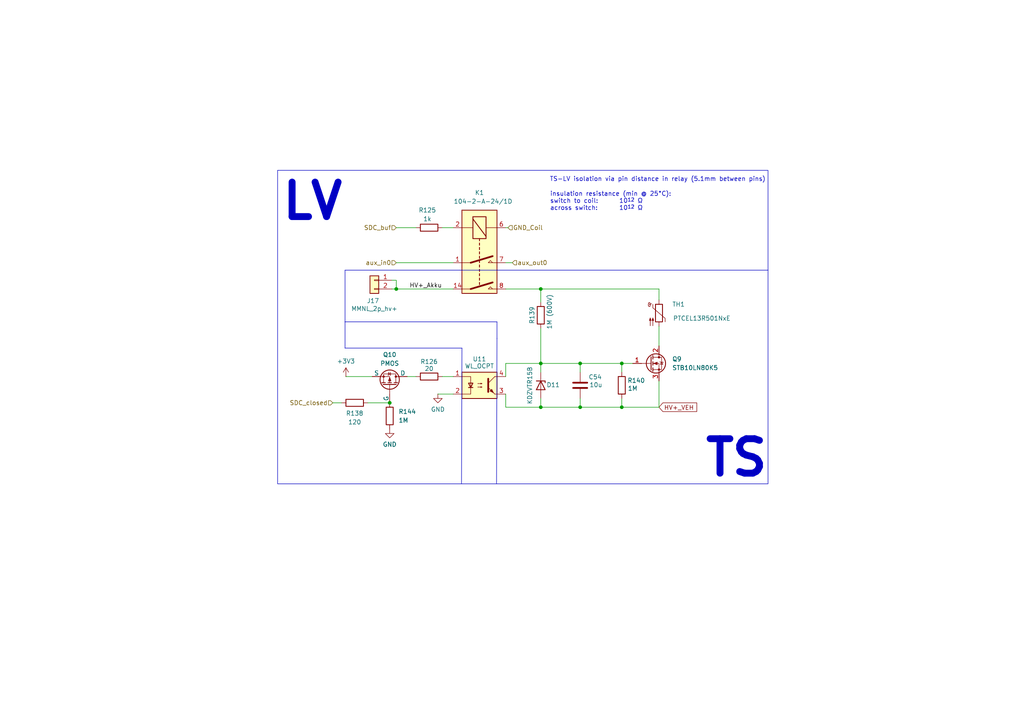
<source format=kicad_sch>
(kicad_sch
	(version 20231120)
	(generator "eeschema")
	(generator_version "8.0")
	(uuid "13e073e0-08f3-43ce-a5c5-b3a3660479c2")
	(paper "A4")
	(lib_symbols
		(symbol "Connector_Generic:Conn_01x02"
			(pin_names
				(offset 1.016) hide)
			(exclude_from_sim no)
			(in_bom yes)
			(on_board yes)
			(property "Reference" "J"
				(at 0 2.54 0)
				(effects
					(font
						(size 1.27 1.27)
					)
				)
			)
			(property "Value" "Conn_01x02"
				(at 0 -5.08 0)
				(effects
					(font
						(size 1.27 1.27)
					)
				)
			)
			(property "Footprint" ""
				(at 0 0 0)
				(effects
					(font
						(size 1.27 1.27)
					)
					(hide yes)
				)
			)
			(property "Datasheet" "~"
				(at 0 0 0)
				(effects
					(font
						(size 1.27 1.27)
					)
					(hide yes)
				)
			)
			(property "Description" "Generic connector, single row, 01x02, script generated (kicad-library-utils/schlib/autogen/connector/)"
				(at 0 0 0)
				(effects
					(font
						(size 1.27 1.27)
					)
					(hide yes)
				)
			)
			(property "ki_keywords" "connector"
				(at 0 0 0)
				(effects
					(font
						(size 1.27 1.27)
					)
					(hide yes)
				)
			)
			(property "ki_fp_filters" "Connector*:*_1x??_*"
				(at 0 0 0)
				(effects
					(font
						(size 1.27 1.27)
					)
					(hide yes)
				)
			)
			(symbol "Conn_01x02_1_1"
				(rectangle
					(start -1.27 -2.413)
					(end 0 -2.667)
					(stroke
						(width 0.1524)
						(type default)
					)
					(fill
						(type none)
					)
				)
				(rectangle
					(start -1.27 0.127)
					(end 0 -0.127)
					(stroke
						(width 0.1524)
						(type default)
					)
					(fill
						(type none)
					)
				)
				(rectangle
					(start -1.27 1.27)
					(end 1.27 -3.81)
					(stroke
						(width 0.254)
						(type default)
					)
					(fill
						(type background)
					)
				)
				(pin passive line
					(at -5.08 0 0)
					(length 3.81)
					(name "Pin_1"
						(effects
							(font
								(size 1.27 1.27)
							)
						)
					)
					(number "1"
						(effects
							(font
								(size 1.27 1.27)
							)
						)
					)
				)
				(pin passive line
					(at -5.08 -2.54 0)
					(length 3.81)
					(name "Pin_2"
						(effects
							(font
								(size 1.27 1.27)
							)
						)
					)
					(number "2"
						(effects
							(font
								(size 1.27 1.27)
							)
						)
					)
				)
			)
		)
		(symbol "Device:C"
			(pin_numbers hide)
			(pin_names
				(offset 0.254)
			)
			(exclude_from_sim no)
			(in_bom yes)
			(on_board yes)
			(property "Reference" "C"
				(at 0.635 2.54 0)
				(effects
					(font
						(size 1.27 1.27)
					)
					(justify left)
				)
			)
			(property "Value" "C"
				(at 0.635 -2.54 0)
				(effects
					(font
						(size 1.27 1.27)
					)
					(justify left)
				)
			)
			(property "Footprint" ""
				(at 0.9652 -3.81 0)
				(effects
					(font
						(size 1.27 1.27)
					)
					(hide yes)
				)
			)
			(property "Datasheet" "~"
				(at 0 0 0)
				(effects
					(font
						(size 1.27 1.27)
					)
					(hide yes)
				)
			)
			(property "Description" "Unpolarized capacitor"
				(at 0 0 0)
				(effects
					(font
						(size 1.27 1.27)
					)
					(hide yes)
				)
			)
			(property "ki_keywords" "cap capacitor"
				(at 0 0 0)
				(effects
					(font
						(size 1.27 1.27)
					)
					(hide yes)
				)
			)
			(property "ki_fp_filters" "C_*"
				(at 0 0 0)
				(effects
					(font
						(size 1.27 1.27)
					)
					(hide yes)
				)
			)
			(symbol "C_0_1"
				(polyline
					(pts
						(xy -2.032 -0.762) (xy 2.032 -0.762)
					)
					(stroke
						(width 0.508)
						(type default)
					)
					(fill
						(type none)
					)
				)
				(polyline
					(pts
						(xy -2.032 0.762) (xy 2.032 0.762)
					)
					(stroke
						(width 0.508)
						(type default)
					)
					(fill
						(type none)
					)
				)
			)
			(symbol "C_1_1"
				(pin passive line
					(at 0 3.81 270)
					(length 2.794)
					(name "~"
						(effects
							(font
								(size 1.27 1.27)
							)
						)
					)
					(number "1"
						(effects
							(font
								(size 1.27 1.27)
							)
						)
					)
				)
				(pin passive line
					(at 0 -3.81 90)
					(length 2.794)
					(name "~"
						(effects
							(font
								(size 1.27 1.27)
							)
						)
					)
					(number "2"
						(effects
							(font
								(size 1.27 1.27)
							)
						)
					)
				)
			)
		)
		(symbol "Device:D_Zener"
			(pin_numbers hide)
			(pin_names
				(offset 1.016) hide)
			(exclude_from_sim no)
			(in_bom yes)
			(on_board yes)
			(property "Reference" "D"
				(at 0 2.54 0)
				(effects
					(font
						(size 1.27 1.27)
					)
				)
			)
			(property "Value" "D_Zener"
				(at 0 -2.54 0)
				(effects
					(font
						(size 1.27 1.27)
					)
				)
			)
			(property "Footprint" ""
				(at 0 0 0)
				(effects
					(font
						(size 1.27 1.27)
					)
					(hide yes)
				)
			)
			(property "Datasheet" "~"
				(at 0 0 0)
				(effects
					(font
						(size 1.27 1.27)
					)
					(hide yes)
				)
			)
			(property "Description" "Zener diode"
				(at 0 0 0)
				(effects
					(font
						(size 1.27 1.27)
					)
					(hide yes)
				)
			)
			(property "ki_keywords" "diode"
				(at 0 0 0)
				(effects
					(font
						(size 1.27 1.27)
					)
					(hide yes)
				)
			)
			(property "ki_fp_filters" "TO-???* *_Diode_* *SingleDiode* D_*"
				(at 0 0 0)
				(effects
					(font
						(size 1.27 1.27)
					)
					(hide yes)
				)
			)
			(symbol "D_Zener_0_1"
				(polyline
					(pts
						(xy 1.27 0) (xy -1.27 0)
					)
					(stroke
						(width 0)
						(type default)
					)
					(fill
						(type none)
					)
				)
				(polyline
					(pts
						(xy -1.27 -1.27) (xy -1.27 1.27) (xy -0.762 1.27)
					)
					(stroke
						(width 0.254)
						(type default)
					)
					(fill
						(type none)
					)
				)
				(polyline
					(pts
						(xy 1.27 -1.27) (xy 1.27 1.27) (xy -1.27 0) (xy 1.27 -1.27)
					)
					(stroke
						(width 0.254)
						(type default)
					)
					(fill
						(type none)
					)
				)
			)
			(symbol "D_Zener_1_1"
				(pin passive line
					(at -3.81 0 0)
					(length 2.54)
					(name "K"
						(effects
							(font
								(size 1.27 1.27)
							)
						)
					)
					(number "1"
						(effects
							(font
								(size 1.27 1.27)
							)
						)
					)
				)
				(pin passive line
					(at 3.81 0 180)
					(length 2.54)
					(name "A"
						(effects
							(font
								(size 1.27 1.27)
							)
						)
					)
					(number "2"
						(effects
							(font
								(size 1.27 1.27)
							)
						)
					)
				)
			)
		)
		(symbol "Device:R"
			(pin_numbers hide)
			(pin_names
				(offset 0)
			)
			(exclude_from_sim no)
			(in_bom yes)
			(on_board yes)
			(property "Reference" "R"
				(at 2.032 0 90)
				(effects
					(font
						(size 1.27 1.27)
					)
				)
			)
			(property "Value" "R"
				(at 0 0 90)
				(effects
					(font
						(size 1.27 1.27)
					)
				)
			)
			(property "Footprint" ""
				(at -1.778 0 90)
				(effects
					(font
						(size 1.27 1.27)
					)
					(hide yes)
				)
			)
			(property "Datasheet" "~"
				(at 0 0 0)
				(effects
					(font
						(size 1.27 1.27)
					)
					(hide yes)
				)
			)
			(property "Description" "Resistor"
				(at 0 0 0)
				(effects
					(font
						(size 1.27 1.27)
					)
					(hide yes)
				)
			)
			(property "ki_keywords" "R res resistor"
				(at 0 0 0)
				(effects
					(font
						(size 1.27 1.27)
					)
					(hide yes)
				)
			)
			(property "ki_fp_filters" "R_*"
				(at 0 0 0)
				(effects
					(font
						(size 1.27 1.27)
					)
					(hide yes)
				)
			)
			(symbol "R_0_1"
				(rectangle
					(start -1.016 -2.54)
					(end 1.016 2.54)
					(stroke
						(width 0.254)
						(type default)
					)
					(fill
						(type none)
					)
				)
			)
			(symbol "R_1_1"
				(pin passive line
					(at 0 3.81 270)
					(length 1.27)
					(name "~"
						(effects
							(font
								(size 1.27 1.27)
							)
						)
					)
					(number "1"
						(effects
							(font
								(size 1.27 1.27)
							)
						)
					)
				)
				(pin passive line
					(at 0 -3.81 90)
					(length 1.27)
					(name "~"
						(effects
							(font
								(size 1.27 1.27)
							)
						)
					)
					(number "2"
						(effects
							(font
								(size 1.27 1.27)
							)
						)
					)
				)
			)
		)
		(symbol "Device:Thermistor_PTC"
			(pin_numbers hide)
			(pin_names
				(offset 0)
			)
			(exclude_from_sim no)
			(in_bom yes)
			(on_board yes)
			(property "Reference" "TH"
				(at -4.064 0 90)
				(effects
					(font
						(size 1.27 1.27)
					)
				)
			)
			(property "Value" "Thermistor_PTC"
				(at 3.048 0 90)
				(effects
					(font
						(size 1.27 1.27)
					)
				)
			)
			(property "Footprint" ""
				(at 1.27 -5.08 0)
				(effects
					(font
						(size 1.27 1.27)
					)
					(justify left)
					(hide yes)
				)
			)
			(property "Datasheet" "~"
				(at 0 0 0)
				(effects
					(font
						(size 1.27 1.27)
					)
					(hide yes)
				)
			)
			(property "Description" "Temperature dependent resistor, positive temperature coefficient"
				(at 0 0 0)
				(effects
					(font
						(size 1.27 1.27)
					)
					(hide yes)
				)
			)
			(property "ki_keywords" "resistor PTC thermistor sensor RTD"
				(at 0 0 0)
				(effects
					(font
						(size 1.27 1.27)
					)
					(hide yes)
				)
			)
			(property "ki_fp_filters" "*PTC* *Thermistor* PIN?ARRAY* bornier* *Terminal?Block* R_*"
				(at 0 0 0)
				(effects
					(font
						(size 1.27 1.27)
					)
					(hide yes)
				)
			)
			(symbol "Thermistor_PTC_0_1"
				(arc
					(start -3.048 2.159)
					(mid -3.0495 2.3143)
					(end -3.175 2.413)
					(stroke
						(width 0)
						(type default)
					)
					(fill
						(type none)
					)
				)
				(arc
					(start -3.048 2.159)
					(mid -2.9736 1.9794)
					(end -2.794 1.905)
					(stroke
						(width 0)
						(type default)
					)
					(fill
						(type none)
					)
				)
				(arc
					(start -3.048 2.794)
					(mid -2.9736 2.6144)
					(end -2.794 2.54)
					(stroke
						(width 0)
						(type default)
					)
					(fill
						(type none)
					)
				)
				(arc
					(start -2.794 1.905)
					(mid -2.6144 1.9794)
					(end -2.54 2.159)
					(stroke
						(width 0)
						(type default)
					)
					(fill
						(type none)
					)
				)
				(arc
					(start -2.794 2.54)
					(mid -2.4393 2.5587)
					(end -2.159 2.794)
					(stroke
						(width 0)
						(type default)
					)
					(fill
						(type none)
					)
				)
				(arc
					(start -2.794 3.048)
					(mid -2.9736 2.9736)
					(end -3.048 2.794)
					(stroke
						(width 0)
						(type default)
					)
					(fill
						(type none)
					)
				)
				(arc
					(start -2.54 2.794)
					(mid -2.6144 2.9736)
					(end -2.794 3.048)
					(stroke
						(width 0)
						(type default)
					)
					(fill
						(type none)
					)
				)
				(rectangle
					(start -1.016 2.54)
					(end 1.016 -2.54)
					(stroke
						(width 0.254)
						(type default)
					)
					(fill
						(type none)
					)
				)
				(polyline
					(pts
						(xy -2.54 2.159) (xy -2.54 2.794)
					)
					(stroke
						(width 0)
						(type default)
					)
					(fill
						(type none)
					)
				)
				(polyline
					(pts
						(xy -1.778 2.54) (xy -1.778 1.524) (xy 1.778 -1.524) (xy 1.778 -2.54)
					)
					(stroke
						(width 0)
						(type default)
					)
					(fill
						(type none)
					)
				)
				(polyline
					(pts
						(xy -2.54 -3.683) (xy -2.54 -1.397) (xy -2.794 -2.159) (xy -2.286 -2.159) (xy -2.54 -1.397) (xy -2.54 -1.651)
					)
					(stroke
						(width 0)
						(type default)
					)
					(fill
						(type outline)
					)
				)
				(polyline
					(pts
						(xy -1.778 -3.683) (xy -1.778 -1.397) (xy -2.032 -2.159) (xy -1.524 -2.159) (xy -1.778 -1.397)
						(xy -1.778 -1.651)
					)
					(stroke
						(width 0)
						(type default)
					)
					(fill
						(type outline)
					)
				)
			)
			(symbol "Thermistor_PTC_1_1"
				(pin passive line
					(at 0 3.81 270)
					(length 1.27)
					(name "~"
						(effects
							(font
								(size 1.27 1.27)
							)
						)
					)
					(number "1"
						(effects
							(font
								(size 1.27 1.27)
							)
						)
					)
				)
				(pin passive line
					(at 0 -3.81 90)
					(length 1.27)
					(name "~"
						(effects
							(font
								(size 1.27 1.27)
							)
						)
					)
					(number "2"
						(effects
							(font
								(size 1.27 1.27)
							)
						)
					)
				)
			)
		)
		(symbol "Isolator:FODM217A"
			(exclude_from_sim no)
			(in_bom yes)
			(on_board yes)
			(property "Reference" "U4"
				(at 1.27 7.62 0)
				(effects
					(font
						(size 1.27 1.27)
					)
				)
			)
			(property "Value" "WL_OCDA"
				(at 1.27 5.588 0)
				(effects
					(font
						(size 1.27 1.27)
					)
				)
			)
			(property "Footprint" "Package_SO:SOP-4_4.4x2.6mm_P1.27mm"
				(at 0 -5.08 0)
				(effects
					(font
						(size 1.27 1.27)
						(italic yes)
					)
					(hide yes)
				)
			)
			(property "Datasheet" ""
				(at 0 0 0)
				(effects
					(font
						(size 1.27 1.27)
					)
					(justify left)
					(hide yes)
				)
			)
			(property "Description" "141352145000"
				(at 0 0 0)
				(effects
					(font
						(size 1.27 1.27)
					)
					(hide yes)
				)
			)
			(property "ki_keywords" "DC Phototransistor Optocoupler"
				(at 0 0 0)
				(effects
					(font
						(size 1.27 1.27)
					)
					(hide yes)
				)
			)
			(property "ki_fp_filters" "SOP*4.4x2.6mm*P1.27mm*"
				(at 0 0 0)
				(effects
					(font
						(size 1.27 1.27)
					)
					(hide yes)
				)
			)
			(symbol "FODM217A_0_1"
				(rectangle
					(start -5.08 3.81)
					(end 5.08 -3.81)
					(stroke
						(width 0.254)
						(type default)
					)
					(fill
						(type background)
					)
				)
				(polyline
					(pts
						(xy -3.175 -0.635) (xy -1.905 -0.635)
					)
					(stroke
						(width 0.254)
						(type default)
					)
					(fill
						(type none)
					)
				)
				(polyline
					(pts
						(xy 2.54 0.635) (xy 4.445 2.54)
					)
					(stroke
						(width 0)
						(type default)
					)
					(fill
						(type none)
					)
				)
				(polyline
					(pts
						(xy 4.445 -2.54) (xy 2.54 -0.635)
					)
					(stroke
						(width 0)
						(type default)
					)
					(fill
						(type outline)
					)
				)
				(polyline
					(pts
						(xy 4.445 -2.54) (xy 5.08 -2.54)
					)
					(stroke
						(width 0)
						(type default)
					)
					(fill
						(type none)
					)
				)
				(polyline
					(pts
						(xy 4.445 2.54) (xy 5.08 2.54)
					)
					(stroke
						(width 0)
						(type default)
					)
					(fill
						(type none)
					)
				)
				(polyline
					(pts
						(xy -5.08 2.54) (xy -2.54 2.54) (xy -2.54 -0.635)
					)
					(stroke
						(width 0)
						(type default)
					)
					(fill
						(type none)
					)
				)
				(polyline
					(pts
						(xy -2.54 -0.635) (xy -2.54 -2.54) (xy -5.08 -2.54)
					)
					(stroke
						(width 0)
						(type default)
					)
					(fill
						(type none)
					)
				)
				(polyline
					(pts
						(xy 2.54 1.905) (xy 2.54 -1.905) (xy 2.54 -1.905)
					)
					(stroke
						(width 0.508)
						(type default)
					)
					(fill
						(type none)
					)
				)
				(polyline
					(pts
						(xy -2.54 -0.635) (xy -3.175 0.635) (xy -1.905 0.635) (xy -2.54 -0.635)
					)
					(stroke
						(width 0.254)
						(type default)
					)
					(fill
						(type none)
					)
				)
				(polyline
					(pts
						(xy -0.508 -0.508) (xy 0.762 -0.508) (xy 0.381 -0.635) (xy 0.381 -0.381) (xy 0.762 -0.508)
					)
					(stroke
						(width 0)
						(type default)
					)
					(fill
						(type none)
					)
				)
				(polyline
					(pts
						(xy -0.508 0.508) (xy 0.762 0.508) (xy 0.381 0.381) (xy 0.381 0.635) (xy 0.762 0.508)
					)
					(stroke
						(width 0)
						(type default)
					)
					(fill
						(type none)
					)
				)
				(polyline
					(pts
						(xy 3.048 -1.651) (xy 3.556 -1.143) (xy 4.064 -2.159) (xy 3.048 -1.651) (xy 3.048 -1.651)
					)
					(stroke
						(width 0)
						(type default)
					)
					(fill
						(type outline)
					)
				)
			)
			(symbol "FODM217A_1_1"
				(pin passive line
					(at -7.62 2.54 0)
					(length 2.54)
					(name "~"
						(effects
							(font
								(size 1.27 1.27)
							)
						)
					)
					(number "1"
						(effects
							(font
								(size 1.27 1.27)
							)
						)
					)
				)
				(pin passive line
					(at -7.62 -2.54 0)
					(length 2.54)
					(name "~"
						(effects
							(font
								(size 1.27 1.27)
							)
						)
					)
					(number "2"
						(effects
							(font
								(size 1.27 1.27)
							)
						)
					)
				)
				(pin passive line
					(at 7.62 -2.54 180)
					(length 2.54)
					(name "~"
						(effects
							(font
								(size 1.27 1.27)
							)
						)
					)
					(number "3"
						(effects
							(font
								(size 1.27 1.27)
							)
						)
					)
				)
				(pin passive line
					(at 7.62 2.54 180)
					(length 2.54)
					(name "~"
						(effects
							(font
								(size 1.27 1.27)
							)
						)
					)
					(number "4"
						(effects
							(font
								(size 1.27 1.27)
							)
						)
					)
				)
			)
		)
		(symbol "Relay:DIPxx-2Axx-21x"
			(exclude_from_sim no)
			(in_bom yes)
			(on_board yes)
			(property "Reference" "K"
				(at 12.7 3.81 0)
				(effects
					(font
						(size 1.27 1.27)
					)
					(justify left)
				)
			)
			(property "Value" "DIPxx-2Axx-21x"
				(at 12.7 1.27 0)
				(effects
					(font
						(size 1.27 1.27)
					)
					(justify left)
				)
			)
			(property "Footprint" "Relay_THT:Relay_StandexMeder_DIP_LowProfile"
				(at 12.7 -1.27 0)
				(effects
					(font
						(size 1.27 1.27)
					)
					(justify left)
					(hide yes)
				)
			)
			(property "Datasheet" "https://standexelectronics.com/wp-content/uploads/datasheet_reed_relay_DIP.pdf"
				(at 0 0 0)
				(effects
					(font
						(size 1.27 1.27)
					)
					(hide yes)
				)
			)
			(property "Description" "Standex Meder DIP reed relay, DPST, Closing Contacts"
				(at 0 0 0)
				(effects
					(font
						(size 1.27 1.27)
					)
					(hide yes)
				)
			)
			(property "ki_keywords" "Single Pole Reed Relay DPST"
				(at 0 0 0)
				(effects
					(font
						(size 1.27 1.27)
					)
					(hide yes)
				)
			)
			(property "ki_fp_filters" "Relay*StandexMeder*DIP*LowProfile*"
				(at 0 0 0)
				(effects
					(font
						(size 1.27 1.27)
					)
					(hide yes)
				)
			)
			(symbol "DIPxx-2Axx-21x_0_0"
				(polyline
					(pts
						(xy 2.54 5.08) (xy 2.54 2.54) (xy 1.905 3.175) (xy 2.54 3.81)
					)
					(stroke
						(width 0)
						(type default)
					)
					(fill
						(type none)
					)
				)
				(polyline
					(pts
						(xy 10.16 5.08) (xy 10.16 2.54) (xy 9.525 3.175) (xy 10.16 3.81)
					)
					(stroke
						(width 0)
						(type default)
					)
					(fill
						(type none)
					)
				)
			)
			(symbol "DIPxx-2Axx-21x_0_1"
				(rectangle
					(start -12.7 5.08)
					(end 11.43 -5.08)
					(stroke
						(width 0.254)
						(type default)
					)
					(fill
						(type background)
					)
				)
				(rectangle
					(start -10.795 1.905)
					(end -4.445 -1.905)
					(stroke
						(width 0.254)
						(type default)
					)
					(fill
						(type none)
					)
				)
				(polyline
					(pts
						(xy -10.16 -1.905) (xy -5.08 1.905)
					)
					(stroke
						(width 0.254)
						(type default)
					)
					(fill
						(type none)
					)
				)
				(polyline
					(pts
						(xy -7.62 -5.08) (xy -7.62 -1.905)
					)
					(stroke
						(width 0)
						(type default)
					)
					(fill
						(type none)
					)
				)
				(polyline
					(pts
						(xy -7.62 5.08) (xy -7.62 1.905)
					)
					(stroke
						(width 0)
						(type default)
					)
					(fill
						(type none)
					)
				)
				(polyline
					(pts
						(xy -4.445 0) (xy -3.81 0)
					)
					(stroke
						(width 0.254)
						(type default)
					)
					(fill
						(type none)
					)
				)
				(polyline
					(pts
						(xy -3.175 0) (xy -2.54 0)
					)
					(stroke
						(width 0.254)
						(type default)
					)
					(fill
						(type none)
					)
				)
				(polyline
					(pts
						(xy -1.905 0) (xy -1.27 0)
					)
					(stroke
						(width 0.254)
						(type default)
					)
					(fill
						(type none)
					)
				)
				(polyline
					(pts
						(xy -0.635 0) (xy 0 0)
					)
					(stroke
						(width 0.254)
						(type default)
					)
					(fill
						(type none)
					)
				)
				(polyline
					(pts
						(xy 0.635 0) (xy 1.27 0)
					)
					(stroke
						(width 0.254)
						(type default)
					)
					(fill
						(type none)
					)
				)
				(polyline
					(pts
						(xy 1.905 0) (xy 2.54 0)
					)
					(stroke
						(width 0.254)
						(type default)
					)
					(fill
						(type none)
					)
				)
				(polyline
					(pts
						(xy 2.54 -2.54) (xy 0.635 3.81)
					)
					(stroke
						(width 0.508)
						(type default)
					)
					(fill
						(type none)
					)
				)
				(polyline
					(pts
						(xy 2.54 -2.54) (xy 2.54 -5.08)
					)
					(stroke
						(width 0)
						(type default)
					)
					(fill
						(type none)
					)
				)
				(polyline
					(pts
						(xy 3.175 0) (xy 3.81 0)
					)
					(stroke
						(width 0.254)
						(type default)
					)
					(fill
						(type none)
					)
				)
				(polyline
					(pts
						(xy 4.445 0) (xy 5.08 0)
					)
					(stroke
						(width 0.254)
						(type default)
					)
					(fill
						(type none)
					)
				)
				(polyline
					(pts
						(xy 5.715 0) (xy 6.35 0)
					)
					(stroke
						(width 0.254)
						(type default)
					)
					(fill
						(type none)
					)
				)
				(polyline
					(pts
						(xy 6.985 0) (xy 7.62 0)
					)
					(stroke
						(width 0.254)
						(type default)
					)
					(fill
						(type none)
					)
				)
				(polyline
					(pts
						(xy 8.255 0) (xy 8.89 0)
					)
					(stroke
						(width 0.254)
						(type default)
					)
					(fill
						(type none)
					)
				)
				(polyline
					(pts
						(xy 10.16 -2.54) (xy 8.255 3.81)
					)
					(stroke
						(width 0.508)
						(type default)
					)
					(fill
						(type none)
					)
				)
				(polyline
					(pts
						(xy 10.16 -2.54) (xy 10.16 -5.08)
					)
					(stroke
						(width 0)
						(type default)
					)
					(fill
						(type none)
					)
				)
			)
			(symbol "DIPxx-2Axx-21x_1_1"
				(pin passive line
					(at 2.54 -7.62 90)
					(length 2.54)
					(name "~"
						(effects
							(font
								(size 1.27 1.27)
							)
						)
					)
					(number "1"
						(effects
							(font
								(size 1.27 1.27)
							)
						)
					)
				)
				(pin passive line
					(at 10.16 -7.62 90)
					(length 2.54)
					(name "~"
						(effects
							(font
								(size 1.27 1.27)
							)
						)
					)
					(number "14"
						(effects
							(font
								(size 1.27 1.27)
							)
						)
					)
				)
				(pin passive line
					(at -7.62 -7.62 90)
					(length 2.54)
					(name "~"
						(effects
							(font
								(size 1.27 1.27)
							)
						)
					)
					(number "2"
						(effects
							(font
								(size 1.27 1.27)
							)
						)
					)
				)
				(pin passive line
					(at -7.62 7.62 270)
					(length 2.54)
					(name "~"
						(effects
							(font
								(size 1.27 1.27)
							)
						)
					)
					(number "6"
						(effects
							(font
								(size 1.27 1.27)
							)
						)
					)
				)
				(pin passive line
					(at 2.54 7.62 270)
					(length 2.54)
					(name "~"
						(effects
							(font
								(size 1.27 1.27)
							)
						)
					)
					(number "7"
						(effects
							(font
								(size 1.27 1.27)
							)
						)
					)
				)
				(pin passive line
					(at 10.16 7.62 270)
					(length 2.54)
					(name "~"
						(effects
							(font
								(size 1.27 1.27)
							)
						)
					)
					(number "8"
						(effects
							(font
								(size 1.27 1.27)
							)
						)
					)
				)
			)
		)
		(symbol "Simulation_SPICE:PMOS"
			(pin_numbers hide)
			(pin_names
				(offset 0)
			)
			(exclude_from_sim no)
			(in_bom yes)
			(on_board yes)
			(property "Reference" "Q"
				(at 5.08 1.27 0)
				(effects
					(font
						(size 1.27 1.27)
					)
					(justify left)
				)
			)
			(property "Value" "PMOS"
				(at 5.08 -1.27 0)
				(effects
					(font
						(size 1.27 1.27)
					)
					(justify left)
				)
			)
			(property "Footprint" ""
				(at 5.08 2.54 0)
				(effects
					(font
						(size 1.27 1.27)
					)
					(hide yes)
				)
			)
			(property "Datasheet" "https://ngspice.sourceforge.io/docs/ngspice-html-manual/manual.xhtml#cha_MOSFETs"
				(at 0 -12.7 0)
				(effects
					(font
						(size 1.27 1.27)
					)
					(hide yes)
				)
			)
			(property "Description" "P-MOSFET transistor, drain/source/gate"
				(at 0 0 0)
				(effects
					(font
						(size 1.27 1.27)
					)
					(hide yes)
				)
			)
			(property "Sim.Device" "PMOS"
				(at 0 -17.145 0)
				(effects
					(font
						(size 1.27 1.27)
					)
					(hide yes)
				)
			)
			(property "Sim.Type" "VDMOS"
				(at 0 -19.05 0)
				(effects
					(font
						(size 1.27 1.27)
					)
					(hide yes)
				)
			)
			(property "Sim.Pins" "1=D 2=G 3=S"
				(at 0 -15.24 0)
				(effects
					(font
						(size 1.27 1.27)
					)
					(hide yes)
				)
			)
			(property "ki_keywords" "transistor PMOS P-MOS P-MOSFET simulation"
				(at 0 0 0)
				(effects
					(font
						(size 1.27 1.27)
					)
					(hide yes)
				)
			)
			(symbol "PMOS_0_1"
				(polyline
					(pts
						(xy 0.254 0) (xy -2.54 0)
					)
					(stroke
						(width 0)
						(type default)
					)
					(fill
						(type none)
					)
				)
				(polyline
					(pts
						(xy 0.254 1.905) (xy 0.254 -1.905)
					)
					(stroke
						(width 0.254)
						(type default)
					)
					(fill
						(type none)
					)
				)
				(polyline
					(pts
						(xy 0.762 -1.27) (xy 0.762 -2.286)
					)
					(stroke
						(width 0.254)
						(type default)
					)
					(fill
						(type none)
					)
				)
				(polyline
					(pts
						(xy 0.762 0.508) (xy 0.762 -0.508)
					)
					(stroke
						(width 0.254)
						(type default)
					)
					(fill
						(type none)
					)
				)
				(polyline
					(pts
						(xy 0.762 2.286) (xy 0.762 1.27)
					)
					(stroke
						(width 0.254)
						(type default)
					)
					(fill
						(type none)
					)
				)
				(polyline
					(pts
						(xy 2.54 2.54) (xy 2.54 1.778)
					)
					(stroke
						(width 0)
						(type default)
					)
					(fill
						(type none)
					)
				)
				(polyline
					(pts
						(xy 2.54 -2.54) (xy 2.54 0) (xy 0.762 0)
					)
					(stroke
						(width 0)
						(type default)
					)
					(fill
						(type none)
					)
				)
				(polyline
					(pts
						(xy 0.762 1.778) (xy 3.302 1.778) (xy 3.302 -1.778) (xy 0.762 -1.778)
					)
					(stroke
						(width 0)
						(type default)
					)
					(fill
						(type none)
					)
				)
				(polyline
					(pts
						(xy 2.286 0) (xy 1.27 0.381) (xy 1.27 -0.381) (xy 2.286 0)
					)
					(stroke
						(width 0)
						(type default)
					)
					(fill
						(type outline)
					)
				)
				(polyline
					(pts
						(xy 2.794 -0.508) (xy 2.921 -0.381) (xy 3.683 -0.381) (xy 3.81 -0.254)
					)
					(stroke
						(width 0)
						(type default)
					)
					(fill
						(type none)
					)
				)
				(polyline
					(pts
						(xy 3.302 -0.381) (xy 2.921 0.254) (xy 3.683 0.254) (xy 3.302 -0.381)
					)
					(stroke
						(width 0)
						(type default)
					)
					(fill
						(type none)
					)
				)
				(circle
					(center 1.651 0)
					(radius 2.794)
					(stroke
						(width 0.254)
						(type default)
					)
					(fill
						(type none)
					)
				)
				(circle
					(center 2.54 -1.778)
					(radius 0.254)
					(stroke
						(width 0)
						(type default)
					)
					(fill
						(type outline)
					)
				)
				(circle
					(center 2.54 1.778)
					(radius 0.254)
					(stroke
						(width 0)
						(type default)
					)
					(fill
						(type outline)
					)
				)
			)
			(symbol "PMOS_1_1"
				(pin passive line
					(at 2.54 5.08 270)
					(length 2.54)
					(name "D"
						(effects
							(font
								(size 1.27 1.27)
							)
						)
					)
					(number "1"
						(effects
							(font
								(size 1.27 1.27)
							)
						)
					)
				)
				(pin input line
					(at -5.08 0 0)
					(length 2.54)
					(name "G"
						(effects
							(font
								(size 1.27 1.27)
							)
						)
					)
					(number "2"
						(effects
							(font
								(size 1.27 1.27)
							)
						)
					)
				)
				(pin passive line
					(at 2.54 -5.08 90)
					(length 2.54)
					(name "S"
						(effects
							(font
								(size 1.27 1.27)
							)
						)
					)
					(number "3"
						(effects
							(font
								(size 1.27 1.27)
							)
						)
					)
				)
			)
		)
		(symbol "Transistor_FET:STB15N80K5"
			(pin_names hide)
			(exclude_from_sim no)
			(in_bom yes)
			(on_board yes)
			(property "Reference" "Q"
				(at 5.08 1.905 0)
				(effects
					(font
						(size 1.27 1.27)
					)
					(justify left)
				)
			)
			(property "Value" "STB15N80K5"
				(at 5.08 0 0)
				(effects
					(font
						(size 1.27 1.27)
					)
					(justify left)
				)
			)
			(property "Footprint" "Package_TO_SOT_SMD:TO-263-2"
				(at 5.08 -1.905 0)
				(effects
					(font
						(size 1.27 1.27)
						(italic yes)
					)
					(justify left)
					(hide yes)
				)
			)
			(property "Datasheet" "https://www.st.com/resource/en/datasheet/stb15n80k5.pdf"
				(at 5.08 -3.81 0)
				(effects
					(font
						(size 1.27 1.27)
					)
					(justify left)
					(hide yes)
				)
			)
			(property "Description" "14A Id, 800V Vds, N-Channel MOSFET, 375mOhm Ron, D2PAK"
				(at 0 0 0)
				(effects
					(font
						(size 1.27 1.27)
					)
					(hide yes)
				)
			)
			(property "ki_keywords" "N-Channel MOSFET"
				(at 0 0 0)
				(effects
					(font
						(size 1.27 1.27)
					)
					(hide yes)
				)
			)
			(property "ki_fp_filters" "TO?263*"
				(at 0 0 0)
				(effects
					(font
						(size 1.27 1.27)
					)
					(hide yes)
				)
			)
			(symbol "STB15N80K5_0_1"
				(polyline
					(pts
						(xy 0.254 0) (xy -2.54 0)
					)
					(stroke
						(width 0)
						(type default)
					)
					(fill
						(type none)
					)
				)
				(polyline
					(pts
						(xy 0.254 1.905) (xy 0.254 -1.905)
					)
					(stroke
						(width 0.254)
						(type default)
					)
					(fill
						(type none)
					)
				)
				(polyline
					(pts
						(xy 0.762 -1.27) (xy 0.762 -2.286)
					)
					(stroke
						(width 0.254)
						(type default)
					)
					(fill
						(type none)
					)
				)
				(polyline
					(pts
						(xy 0.762 0.508) (xy 0.762 -0.508)
					)
					(stroke
						(width 0.254)
						(type default)
					)
					(fill
						(type none)
					)
				)
				(polyline
					(pts
						(xy 0.762 2.286) (xy 0.762 1.27)
					)
					(stroke
						(width 0.254)
						(type default)
					)
					(fill
						(type none)
					)
				)
				(polyline
					(pts
						(xy 2.54 2.54) (xy 2.54 1.778)
					)
					(stroke
						(width 0)
						(type default)
					)
					(fill
						(type none)
					)
				)
				(polyline
					(pts
						(xy 2.54 -2.54) (xy 2.54 0) (xy 0.762 0)
					)
					(stroke
						(width 0)
						(type default)
					)
					(fill
						(type none)
					)
				)
				(polyline
					(pts
						(xy 0.762 -1.778) (xy 3.302 -1.778) (xy 3.302 1.778) (xy 0.762 1.778)
					)
					(stroke
						(width 0)
						(type default)
					)
					(fill
						(type none)
					)
				)
				(polyline
					(pts
						(xy 1.016 0) (xy 2.032 0.381) (xy 2.032 -0.381) (xy 1.016 0)
					)
					(stroke
						(width 0)
						(type default)
					)
					(fill
						(type outline)
					)
				)
				(polyline
					(pts
						(xy 2.794 0.508) (xy 2.921 0.381) (xy 3.683 0.381) (xy 3.81 0.254)
					)
					(stroke
						(width 0)
						(type default)
					)
					(fill
						(type none)
					)
				)
				(polyline
					(pts
						(xy 3.302 0.381) (xy 2.921 -0.254) (xy 3.683 -0.254) (xy 3.302 0.381)
					)
					(stroke
						(width 0)
						(type default)
					)
					(fill
						(type none)
					)
				)
				(circle
					(center 1.651 0)
					(radius 2.794)
					(stroke
						(width 0.254)
						(type default)
					)
					(fill
						(type none)
					)
				)
				(circle
					(center 2.54 -1.778)
					(radius 0.254)
					(stroke
						(width 0)
						(type default)
					)
					(fill
						(type outline)
					)
				)
				(circle
					(center 2.54 1.778)
					(radius 0.254)
					(stroke
						(width 0)
						(type default)
					)
					(fill
						(type outline)
					)
				)
			)
			(symbol "STB15N80K5_1_1"
				(pin passive line
					(at -5.08 0 0)
					(length 2.54)
					(name "G"
						(effects
							(font
								(size 1.27 1.27)
							)
						)
					)
					(number "1"
						(effects
							(font
								(size 1.27 1.27)
							)
						)
					)
				)
				(pin passive line
					(at 2.54 5.08 270)
					(length 2.54)
					(name "D"
						(effects
							(font
								(size 1.27 1.27)
							)
						)
					)
					(number "2"
						(effects
							(font
								(size 1.27 1.27)
							)
						)
					)
				)
				(pin passive line
					(at 2.54 -5.08 90)
					(length 2.54)
					(name "S"
						(effects
							(font
								(size 1.27 1.27)
							)
						)
					)
					(number "3"
						(effects
							(font
								(size 1.27 1.27)
							)
						)
					)
				)
			)
		)
		(symbol "power:+3V3"
			(power)
			(pin_numbers hide)
			(pin_names
				(offset 0) hide)
			(exclude_from_sim no)
			(in_bom yes)
			(on_board yes)
			(property "Reference" "#PWR"
				(at 0 -3.81 0)
				(effects
					(font
						(size 1.27 1.27)
					)
					(hide yes)
				)
			)
			(property "Value" "+3V3"
				(at 0 3.556 0)
				(effects
					(font
						(size 1.27 1.27)
					)
				)
			)
			(property "Footprint" ""
				(at 0 0 0)
				(effects
					(font
						(size 1.27 1.27)
					)
					(hide yes)
				)
			)
			(property "Datasheet" ""
				(at 0 0 0)
				(effects
					(font
						(size 1.27 1.27)
					)
					(hide yes)
				)
			)
			(property "Description" "Power symbol creates a global label with name \"+3V3\""
				(at 0 0 0)
				(effects
					(font
						(size 1.27 1.27)
					)
					(hide yes)
				)
			)
			(property "ki_keywords" "global power"
				(at 0 0 0)
				(effects
					(font
						(size 1.27 1.27)
					)
					(hide yes)
				)
			)
			(symbol "+3V3_0_1"
				(polyline
					(pts
						(xy -0.762 1.27) (xy 0 2.54)
					)
					(stroke
						(width 0)
						(type default)
					)
					(fill
						(type none)
					)
				)
				(polyline
					(pts
						(xy 0 0) (xy 0 2.54)
					)
					(stroke
						(width 0)
						(type default)
					)
					(fill
						(type none)
					)
				)
				(polyline
					(pts
						(xy 0 2.54) (xy 0.762 1.27)
					)
					(stroke
						(width 0)
						(type default)
					)
					(fill
						(type none)
					)
				)
			)
			(symbol "+3V3_1_1"
				(pin power_in line
					(at 0 0 90)
					(length 0)
					(name "~"
						(effects
							(font
								(size 1.27 1.27)
							)
						)
					)
					(number "1"
						(effects
							(font
								(size 1.27 1.27)
							)
						)
					)
				)
			)
		)
		(symbol "power:GND"
			(power)
			(pin_numbers hide)
			(pin_names
				(offset 0) hide)
			(exclude_from_sim no)
			(in_bom yes)
			(on_board yes)
			(property "Reference" "#PWR"
				(at 0 -6.35 0)
				(effects
					(font
						(size 1.27 1.27)
					)
					(hide yes)
				)
			)
			(property "Value" "GND"
				(at 0 -3.81 0)
				(effects
					(font
						(size 1.27 1.27)
					)
				)
			)
			(property "Footprint" ""
				(at 0 0 0)
				(effects
					(font
						(size 1.27 1.27)
					)
					(hide yes)
				)
			)
			(property "Datasheet" ""
				(at 0 0 0)
				(effects
					(font
						(size 1.27 1.27)
					)
					(hide yes)
				)
			)
			(property "Description" "Power symbol creates a global label with name \"GND\" , ground"
				(at 0 0 0)
				(effects
					(font
						(size 1.27 1.27)
					)
					(hide yes)
				)
			)
			(property "ki_keywords" "global power"
				(at 0 0 0)
				(effects
					(font
						(size 1.27 1.27)
					)
					(hide yes)
				)
			)
			(symbol "GND_0_1"
				(polyline
					(pts
						(xy 0 0) (xy 0 -1.27) (xy 1.27 -1.27) (xy 0 -2.54) (xy -1.27 -1.27) (xy 0 -1.27)
					)
					(stroke
						(width 0)
						(type default)
					)
					(fill
						(type none)
					)
				)
			)
			(symbol "GND_1_1"
				(pin power_in line
					(at 0 0 270)
					(length 0)
					(name "~"
						(effects
							(font
								(size 1.27 1.27)
							)
						)
					)
					(number "1"
						(effects
							(font
								(size 1.27 1.27)
							)
						)
					)
				)
			)
		)
	)
	(junction
		(at 180.34 118.11)
		(diameter 0)
		(color 0 0 0 0)
		(uuid "3dbcd1f7-cab8-4b17-b9b1-292d82bbd200")
	)
	(junction
		(at 156.845 118.11)
		(diameter 0)
		(color 0 0 0 0)
		(uuid "46531e1a-bdd5-41a7-8f23-684e19d65934")
	)
	(junction
		(at 114.935 83.82)
		(diameter 0)
		(color 0 0 0 0)
		(uuid "69126a6c-e8f2-4642-8ec4-253f40d4767e")
	)
	(junction
		(at 156.845 105.41)
		(diameter 0)
		(color 0 0 0 0)
		(uuid "8a3ade5b-770f-4493-9fd9-a08b40e0beab")
	)
	(junction
		(at 168.275 105.41)
		(diameter 0)
		(color 0 0 0 0)
		(uuid "91744895-41af-4831-b47d-b4b860b19d65")
	)
	(junction
		(at 180.34 105.41)
		(diameter 0)
		(color 0 0 0 0)
		(uuid "9f696f8c-4a1b-4fa2-bcfb-3d8ab899a9dc")
	)
	(junction
		(at 156.845 83.82)
		(diameter 0)
		(color 0 0 0 0)
		(uuid "a5fcc108-7dc8-4be1-9b6d-f2f3c2c67209")
	)
	(junction
		(at 168.275 118.11)
		(diameter 0)
		(color 0 0 0 0)
		(uuid "aa11f6ca-e8c8-4758-99cd-70230615c32f")
	)
	(junction
		(at 113.03 116.84)
		(diameter 0)
		(color 0 0 0 0)
		(uuid "bae3c1f5-79a6-4455-a607-b78beb6853e0")
	)
	(wire
		(pts
			(xy 191.135 94.615) (xy 191.135 100.33)
		)
		(stroke
			(width 0)
			(type default)
		)
		(uuid "0aee1144-2e02-44b4-96c5-8dffa94d6bd9")
	)
	(wire
		(pts
			(xy 114.935 83.82) (xy 131.445 83.82)
		)
		(stroke
			(width 0)
			(type default)
		)
		(uuid "0c0d2e09-8716-4761-9d55-4fa087676277")
	)
	(wire
		(pts
			(xy 114.935 76.2) (xy 131.445 76.2)
		)
		(stroke
			(width 0)
			(type default)
		)
		(uuid "10b8b25b-6bf5-4456-bfd8-cec80d18a16b")
	)
	(wire
		(pts
			(xy 168.275 118.11) (xy 180.34 118.11)
		)
		(stroke
			(width 0)
			(type default)
		)
		(uuid "11cd3966-2715-4663-8e83-e0f4ab2fbd53")
	)
	(wire
		(pts
			(xy 168.275 105.41) (xy 180.34 105.41)
		)
		(stroke
			(width 0)
			(type default)
		)
		(uuid "188a7d13-480a-4bf3-b53c-806c85da4d84")
	)
	(wire
		(pts
			(xy 114.935 81.28) (xy 114.935 83.82)
		)
		(stroke
			(width 0)
			(type default)
		)
		(uuid "23dc4324-5ceb-4b81-8666-ce60ce4e4852")
	)
	(wire
		(pts
			(xy 168.275 105.41) (xy 168.275 107.95)
		)
		(stroke
			(width 0)
			(type default)
		)
		(uuid "2df9f9ee-1255-4532-b37d-057fba8f308c")
	)
	(polyline
		(pts
			(xy 100.076 93.345) (xy 144.145 93.345)
		)
		(stroke
			(width 0)
			(type default)
		)
		(uuid "321acafe-3573-4299-8869-ed89606ad628")
	)
	(wire
		(pts
			(xy 180.34 105.41) (xy 180.34 107.95)
		)
		(stroke
			(width 0)
			(type default)
		)
		(uuid "38f200ac-dcb1-45e1-87fc-4de3de0c48fd")
	)
	(wire
		(pts
			(xy 156.845 83.82) (xy 191.135 83.82)
		)
		(stroke
			(width 0)
			(type default)
		)
		(uuid "3df13b28-3e20-47d9-88da-ef18b2b18b64")
	)
	(polyline
		(pts
			(xy 144.145 93.345) (xy 144.145 98.171)
		)
		(stroke
			(width 0)
			(type default)
		)
		(uuid "45402191-42fa-4634-b74c-9c15fccaffe9")
	)
	(wire
		(pts
			(xy 146.685 83.82) (xy 156.845 83.82)
		)
		(stroke
			(width 0)
			(type default)
		)
		(uuid "47883bfe-b59a-480c-b612-adbae2070ec5")
	)
	(polyline
		(pts
			(xy 133.985 100.965) (xy 133.858 140.335)
		)
		(stroke
			(width 0)
			(type default)
		)
		(uuid "4bbac1db-540d-4610-ac88-665ebd88af5f")
	)
	(wire
		(pts
			(xy 148.59 76.2) (xy 146.685 76.2)
		)
		(stroke
			(width 0)
			(type default)
		)
		(uuid "503f7e59-5949-4af8-bdf8-e9bca8e0479c")
	)
	(polyline
		(pts
			(xy 100.076 78.359) (xy 222.758 78.359)
		)
		(stroke
			(width 0)
			(type default)
		)
		(uuid "5f95c404-bf5b-4662-870c-4347ee10ac5f")
	)
	(wire
		(pts
			(xy 156.845 105.41) (xy 168.275 105.41)
		)
		(stroke
			(width 0)
			(type default)
		)
		(uuid "649f3ea8-87c5-44ff-9fe8-2507ae918646")
	)
	(wire
		(pts
			(xy 156.845 118.11) (xy 168.275 118.11)
		)
		(stroke
			(width 0)
			(type default)
		)
		(uuid "65c93360-b3bd-4344-ad0b-21d4300033a3")
	)
	(wire
		(pts
			(xy 156.845 105.41) (xy 156.845 107.95)
		)
		(stroke
			(width 0)
			(type default)
		)
		(uuid "71e5a1f0-e80e-4206-bf9b-fb236ed56a8d")
	)
	(wire
		(pts
			(xy 180.34 118.11) (xy 191.135 118.11)
		)
		(stroke
			(width 0)
			(type default)
		)
		(uuid "77524435-973d-41c6-80fe-170bcdca451a")
	)
	(wire
		(pts
			(xy 168.275 115.57) (xy 168.275 118.11)
		)
		(stroke
			(width 0)
			(type default)
		)
		(uuid "7af2f117-1298-4209-8fb5-24eb66566906")
	)
	(polyline
		(pts
			(xy 100.076 93.345) (xy 100.076 78.359)
		)
		(stroke
			(width 0)
			(type default)
		)
		(uuid "7b95d099-c93c-4803-be45-48f63d7fd4f7")
	)
	(wire
		(pts
			(xy 118.11 109.22) (xy 120.65 109.22)
		)
		(stroke
			(width 0)
			(type default)
		)
		(uuid "7ff20e4a-1c1e-4c16-b851-d6faaebdefa9")
	)
	(wire
		(pts
			(xy 113.665 81.28) (xy 114.935 81.28)
		)
		(stroke
			(width 0)
			(type default)
		)
		(uuid "84c2178c-1ef5-4dfe-b9fe-d0f271bc60b8")
	)
	(wire
		(pts
			(xy 191.135 110.49) (xy 191.135 118.11)
		)
		(stroke
			(width 0)
			(type default)
		)
		(uuid "86f21e71-289f-439f-9a57-2d084789c941")
	)
	(wire
		(pts
			(xy 100.33 109.22) (xy 107.95 109.22)
		)
		(stroke
			(width 0)
			(type default)
		)
		(uuid "8903d419-78b9-405d-b61e-32f8e5bd5c8c")
	)
	(wire
		(pts
			(xy 180.34 105.41) (xy 183.515 105.41)
		)
		(stroke
			(width 0)
			(type default)
		)
		(uuid "8a2e8b0a-e03a-4203-81fd-f4823bb2ab24")
	)
	(wire
		(pts
			(xy 156.845 83.82) (xy 156.845 87.63)
		)
		(stroke
			(width 0)
			(type default)
		)
		(uuid "90284ef2-8994-4123-90ce-7b89ac9afda7")
	)
	(polyline
		(pts
			(xy 144.145 98.171) (xy 144.018 140.335)
		)
		(stroke
			(width 0)
			(type default)
		)
		(uuid "a185e4d3-af28-47c0-8286-f94c04d143e4")
	)
	(wire
		(pts
			(xy 156.845 95.25) (xy 156.845 105.41)
		)
		(stroke
			(width 0)
			(type default)
		)
		(uuid "a2e29407-97b6-4f9e-b236-94251b6d80de")
	)
	(polyline
		(pts
			(xy 133.985 100.965) (xy 100.076 100.965)
		)
		(stroke
			(width 0)
			(type default)
		)
		(uuid "aeb1fc20-a42d-4d33-ad16-92d90a0eaf18")
	)
	(polyline
		(pts
			(xy 100.076 100.965) (xy 100.076 93.345)
		)
		(stroke
			(width 0)
			(type default)
		)
		(uuid "af056529-da28-41b1-b44b-4f30cd6801c3")
	)
	(wire
		(pts
			(xy 146.685 109.22) (xy 146.685 105.41)
		)
		(stroke
			(width 0)
			(type default)
		)
		(uuid "af9f51eb-c598-4fb2-9f27-9cc5a2fdb70f")
	)
	(wire
		(pts
			(xy 156.845 115.57) (xy 156.845 118.11)
		)
		(stroke
			(width 0)
			(type default)
		)
		(uuid "b97328ff-6eec-4f96-ab9c-ed0ceff3e016")
	)
	(wire
		(pts
			(xy 156.845 105.41) (xy 146.685 105.41)
		)
		(stroke
			(width 0)
			(type default)
		)
		(uuid "b98372b8-4671-42b6-9529-8ffde6bcd393")
	)
	(wire
		(pts
			(xy 146.685 114.3) (xy 146.685 118.11)
		)
		(stroke
			(width 0)
			(type default)
		)
		(uuid "b9d5f677-7b0e-4809-8678-c43987839e39")
	)
	(wire
		(pts
			(xy 114.935 66.04) (xy 120.65 66.04)
		)
		(stroke
			(width 0)
			(type default)
		)
		(uuid "c3e50f85-f138-453b-815f-ea457a483eed")
	)
	(wire
		(pts
			(xy 180.34 115.57) (xy 180.34 118.11)
		)
		(stroke
			(width 0)
			(type default)
		)
		(uuid "c3f487d0-d47f-4eb1-bcf4-c0a9bcf0c327")
	)
	(wire
		(pts
			(xy 128.27 66.04) (xy 131.445 66.04)
		)
		(stroke
			(width 0)
			(type default)
		)
		(uuid "c9a73227-5ed6-4e0c-816e-4584235310dc")
	)
	(wire
		(pts
			(xy 96.52 116.84) (xy 99.06 116.84)
		)
		(stroke
			(width 0)
			(type default)
		)
		(uuid "c9f2d5b5-73aa-4188-9972-9ea16cbb1c77")
	)
	(wire
		(pts
			(xy 146.685 118.11) (xy 156.845 118.11)
		)
		(stroke
			(width 0)
			(type default)
		)
		(uuid "caf0888e-7bf2-42b3-a2c4-fefc602f9c43")
	)
	(wire
		(pts
			(xy 106.68 116.84) (xy 113.03 116.84)
		)
		(stroke
			(width 0)
			(type default)
		)
		(uuid "db808ece-3152-4fac-9933-65ae3ed71a23")
	)
	(wire
		(pts
			(xy 147.32 66.04) (xy 146.685 66.04)
		)
		(stroke
			(width 0)
			(type default)
		)
		(uuid "e2c8f334-2c5d-47a0-97ed-69546a1b7763")
	)
	(wire
		(pts
			(xy 128.27 109.22) (xy 131.445 109.22)
		)
		(stroke
			(width 0)
			(type default)
		)
		(uuid "e75cfa60-c666-4d1b-9876-7c5fa0089fe7")
	)
	(wire
		(pts
			(xy 113.665 83.82) (xy 114.935 83.82)
		)
		(stroke
			(width 0)
			(type default)
		)
		(uuid "e7d27540-8586-47dd-8183-bf85a1490827")
	)
	(wire
		(pts
			(xy 191.135 83.82) (xy 191.135 86.995)
		)
		(stroke
			(width 0)
			(type default)
		)
		(uuid "ea04d968-d543-43a7-9ef1-ba20341d6966")
	)
	(wire
		(pts
			(xy 127 114.3) (xy 131.445 114.3)
		)
		(stroke
			(width 0)
			(type default)
		)
		(uuid "fe035484-ce2c-4335-baed-2ff1400e82dc")
	)
	(rectangle
		(start 80.518 49.403)
		(end 222.758 140.335)
		(stroke
			(width 0)
			(type default)
		)
		(fill
			(type none)
		)
		(uuid ee2088ca-3247-4b07-8e05-80ea9bc53a28)
	)
	(text "insulation resistance (min @ 25°C):\nswitch to coil:	10^{12} Ω\nacross switch:	10^{12} Ω "
		(exclude_from_sim no)
		(at 159.512 58.42 0)
		(effects
			(font
				(size 1.27 1.27)
			)
			(justify left)
		)
		(uuid "3d3b55b7-1629-42c4-92d6-77c40219be7d")
	)
	(text "LV"
		(exclude_from_sim no)
		(at 81.026 58.547 0)
		(effects
			(font
				(size 10 10)
				(thickness 2)
				(bold yes)
			)
			(justify left)
		)
		(uuid "4bf667c7-6d83-4e70-8138-986a1f12963f")
	)
	(text "TS-LV isolation via pin distance in relay (5.1mm between pins)"
		(exclude_from_sim no)
		(at 190.754 52.07 0)
		(effects
			(font
				(size 1.27 1.27)
			)
		)
		(uuid "c69b28a8-d82d-4948-82c3-90be39d78203")
	)
	(text "TS"
		(exclude_from_sim no)
		(at 203.708 132.969 0)
		(effects
			(font
				(size 10 10)
				(thickness 2)
				(bold yes)
			)
			(justify left)
		)
		(uuid "d0980a2d-0eca-4408-8d7c-96c1603edca8")
	)
	(label "HV+_Akku"
		(at 118.745 83.82 0)
		(fields_autoplaced yes)
		(effects
			(font
				(size 1.27 1.27)
			)
			(justify left bottom)
		)
		(uuid "8eff45bd-ed8a-4b71-87bf-5426072cd90e")
	)
	(global_label "HV+_VEH"
		(shape input)
		(at 191.135 118.11 0)
		(fields_autoplaced yes)
		(effects
			(font
				(size 1.27 1.27)
			)
			(justify left)
		)
		(uuid "35510853-0b3a-4a32-8528-251ce4823b96")
		(property "Intersheetrefs" "${INTERSHEET_REFS}"
			(at 202.6474 118.11 0)
			(effects
				(font
					(size 1.27 1.27)
				)
				(justify left)
				(hide yes)
			)
		)
	)
	(hierarchical_label "SDC_buf"
		(shape input)
		(at 114.935 66.04 180)
		(fields_autoplaced yes)
		(effects
			(font
				(size 1.27 1.27)
			)
			(justify right)
		)
		(uuid "615c10b1-91e8-45f5-a722-779e086314e4")
	)
	(hierarchical_label "GND_Coil"
		(shape input)
		(at 147.32 66.04 0)
		(fields_autoplaced yes)
		(effects
			(font
				(size 1.27 1.27)
			)
			(justify left)
		)
		(uuid "7bbfb9b0-be04-438e-ba04-7d021c2b29d7")
	)
	(hierarchical_label "aux_out0"
		(shape input)
		(at 148.59 76.2 0)
		(fields_autoplaced yes)
		(effects
			(font
				(size 1.27 1.27)
			)
			(justify left)
		)
		(uuid "818ebf3a-63a6-431d-a1d1-5a145b31bcb9")
	)
	(hierarchical_label "aux_in0"
		(shape input)
		(at 114.935 76.2 180)
		(fields_autoplaced yes)
		(effects
			(font
				(size 1.27 1.27)
			)
			(justify right)
		)
		(uuid "97cb3382-0130-41b4-a4bc-cedd8121a4ce")
	)
	(hierarchical_label "SDC_closed"
		(shape input)
		(at 96.52 116.84 180)
		(fields_autoplaced yes)
		(effects
			(font
				(size 1.27 1.27)
			)
			(justify right)
		)
		(uuid "d6f150a8-b4dc-4826-a8f9-190a003c1962")
	)
	(symbol
		(lib_id "power:+3V3")
		(at 100.33 109.22 0)
		(unit 1)
		(exclude_from_sim no)
		(in_bom yes)
		(on_board yes)
		(dnp no)
		(uuid "1a100881-e694-4787-965b-11a50e768a4a")
		(property "Reference" "#PWR0138"
			(at 100.33 113.03 0)
			(effects
				(font
					(size 1.27 1.27)
				)
				(hide yes)
			)
		)
		(property "Value" "+3V3"
			(at 100.33 104.775 0)
			(effects
				(font
					(size 1.27 1.27)
				)
			)
		)
		(property "Footprint" ""
			(at 100.33 109.22 0)
			(effects
				(font
					(size 1.27 1.27)
				)
				(hide yes)
			)
		)
		(property "Datasheet" ""
			(at 100.33 109.22 0)
			(effects
				(font
					(size 1.27 1.27)
				)
				(hide yes)
			)
		)
		(property "Description" "Power symbol creates a global label with name \"+3V3\""
			(at 100.33 109.22 0)
			(effects
				(font
					(size 1.27 1.27)
				)
				(hide yes)
			)
		)
		(pin "1"
			(uuid "3bfc0e5f-5d38-4327-b115-084f96dc9846")
		)
		(instances
			(project "Master_FT25"
				(path "/e63e39d7-6ac0-4ffd-8aa3-1841a4541b55/95b8e8bb-175b-4c26-b28f-f18dafbb4793/80d98abd-13b3-4f38-b2ff-0816d428a6c7"
					(reference "#PWR0138")
					(unit 1)
				)
			)
		)
	)
	(symbol
		(lib_id "Device:R")
		(at 102.87 116.84 90)
		(unit 1)
		(exclude_from_sim no)
		(in_bom yes)
		(on_board yes)
		(dnp no)
		(uuid "1dd64b10-d0d3-4fbf-8498-0bc82a5ecdb0")
		(property "Reference" "R138"
			(at 102.87 119.888 90)
			(effects
				(font
					(size 1.27 1.27)
				)
			)
		)
		(property "Value" "120"
			(at 102.87 122.428 90)
			(effects
				(font
					(size 1.27 1.27)
				)
			)
		)
		(property "Footprint" "Resistor_SMD:R_0603_1608Metric"
			(at 102.87 118.618 90)
			(effects
				(font
					(size 1.27 1.27)
				)
				(hide yes)
			)
		)
		(property "Datasheet" "~"
			(at 102.87 116.84 0)
			(effects
				(font
					(size 1.27 1.27)
				)
				(hide yes)
			)
		)
		(property "Description" "Resistor"
			(at 102.87 116.84 0)
			(effects
				(font
					(size 1.27 1.27)
				)
				(hide yes)
			)
		)
		(pin "1"
			(uuid "e72703cc-32c3-42bf-a7f6-f3b4cdf7cc01")
		)
		(pin "2"
			(uuid "0bdb3060-eb23-4c23-9b9a-9b15ff33bcb1")
		)
		(instances
			(project "Master_FT25"
				(path "/e63e39d7-6ac0-4ffd-8aa3-1841a4541b55/95b8e8bb-175b-4c26-b28f-f18dafbb4793/80d98abd-13b3-4f38-b2ff-0816d428a6c7"
					(reference "R138")
					(unit 1)
				)
			)
		)
	)
	(symbol
		(lib_id "power:GND")
		(at 113.03 124.46 0)
		(unit 1)
		(exclude_from_sim no)
		(in_bom yes)
		(on_board yes)
		(dnp no)
		(uuid "44f63c19-702b-4c10-afef-e68e5bcbf032")
		(property "Reference" "#PWR0135"
			(at 113.03 130.81 0)
			(effects
				(font
					(size 1.27 1.27)
				)
				(hide yes)
			)
		)
		(property "Value" "GND"
			(at 113.03 128.905 0)
			(effects
				(font
					(size 1.27 1.27)
				)
			)
		)
		(property "Footprint" ""
			(at 113.03 124.46 0)
			(effects
				(font
					(size 1.27 1.27)
				)
				(hide yes)
			)
		)
		(property "Datasheet" ""
			(at 113.03 124.46 0)
			(effects
				(font
					(size 1.27 1.27)
				)
				(hide yes)
			)
		)
		(property "Description" "Power symbol creates a global label with name \"GND\" , ground"
			(at 113.03 124.46 0)
			(effects
				(font
					(size 1.27 1.27)
				)
				(hide yes)
			)
		)
		(pin "1"
			(uuid "20701c4d-5907-464f-84a4-8a55bd775869")
		)
		(instances
			(project "Master_FT25"
				(path "/e63e39d7-6ac0-4ffd-8aa3-1841a4541b55/95b8e8bb-175b-4c26-b28f-f18dafbb4793/80d98abd-13b3-4f38-b2ff-0816d428a6c7"
					(reference "#PWR0135")
					(unit 1)
				)
			)
		)
	)
	(symbol
		(lib_id "Device:C")
		(at 168.275 111.76 0)
		(unit 1)
		(exclude_from_sim no)
		(in_bom yes)
		(on_board yes)
		(dnp no)
		(uuid "49d92d2b-9ac2-4c9b-963d-3e61d9dfda10")
		(property "Reference" "C54"
			(at 170.688 109.347 0)
			(effects
				(font
					(size 1.27 1.27)
				)
				(justify left)
			)
		)
		(property "Value" "10u"
			(at 170.942 111.633 0)
			(effects
				(font
					(size 1.27 1.27)
				)
				(justify left)
			)
		)
		(property "Footprint" "Capacitor_SMD:C_1210_3225Metric"
			(at 169.2402 115.57 0)
			(effects
				(font
					(size 1.27 1.27)
				)
				(hide yes)
			)
		)
		(property "Datasheet" "https://www.we-online.com/components/products/datasheet/885012209014.pdf"
			(at 168.275 111.76 0)
			(effects
				(font
					(size 1.27 1.27)
				)
				(hide yes)
			)
		)
		(property "Description" "16V X7R"
			(at 168.275 111.76 0)
			(effects
				(font
					(size 1.27 1.27)
				)
				(hide yes)
			)
		)
		(pin "2"
			(uuid "1fafdb1c-18d8-4f6d-aba6-6da8f4d40855")
		)
		(pin "1"
			(uuid "3a732d15-3b00-42c6-8cfb-1a98d2e169d2")
		)
		(instances
			(project "Master_FT25"
				(path "/e63e39d7-6ac0-4ffd-8aa3-1841a4541b55/95b8e8bb-175b-4c26-b28f-f18dafbb4793/80d98abd-13b3-4f38-b2ff-0816d428a6c7"
					(reference "C54")
					(unit 1)
				)
			)
		)
	)
	(symbol
		(lib_id "Simulation_SPICE:PMOS")
		(at 113.03 111.76 270)
		(mirror x)
		(unit 1)
		(exclude_from_sim no)
		(in_bom yes)
		(on_board yes)
		(dnp no)
		(uuid "6512f51a-c8be-449e-8ccc-a934214df467")
		(property "Reference" "Q10"
			(at 113.03 102.87 90)
			(effects
				(font
					(size 1.27 1.27)
				)
			)
		)
		(property "Value" "PMOS"
			(at 113.03 105.41 90)
			(effects
				(font
					(size 1.27 1.27)
				)
			)
		)
		(property "Footprint" "Package_TO_SOT_SMD:SOT-23"
			(at 115.57 106.68 0)
			(effects
				(font
					(size 1.27 1.27)
				)
				(hide yes)
			)
		)
		(property "Datasheet" "https://ngspice.sourceforge.io/docs/ngspice-html-manual/manual.xhtml#cha_MOSFETs"
			(at 100.33 111.76 0)
			(effects
				(font
					(size 1.27 1.27)
				)
				(hide yes)
			)
		)
		(property "Description" "P-MOSFET transistor, drain/source/gate"
			(at 113.03 111.76 0)
			(effects
				(font
					(size 1.27 1.27)
				)
				(hide yes)
			)
		)
		(property "Sim.Device" "PMOS"
			(at 95.885 111.76 0)
			(effects
				(font
					(size 1.27 1.27)
				)
				(hide yes)
			)
		)
		(property "Sim.Type" "VDMOS"
			(at 93.98 111.76 0)
			(effects
				(font
					(size 1.27 1.27)
				)
				(hide yes)
			)
		)
		(property "Sim.Pins" "1=D 2=G 3=S"
			(at 97.79 111.76 0)
			(effects
				(font
					(size 1.27 1.27)
				)
				(hide yes)
			)
		)
		(pin "2"
			(uuid "df83593a-78c5-49cc-9686-bf786cf271f7")
		)
		(pin "1"
			(uuid "01e5d8b5-e7f5-49c3-a004-f2673a5f5ec0")
		)
		(pin "3"
			(uuid "0c0bed30-11c4-4cb8-b63b-0cb8df7bab23")
		)
		(instances
			(project "Master_FT25"
				(path "/e63e39d7-6ac0-4ffd-8aa3-1841a4541b55/95b8e8bb-175b-4c26-b28f-f18dafbb4793/80d98abd-13b3-4f38-b2ff-0816d428a6c7"
					(reference "Q10")
					(unit 1)
				)
			)
		)
	)
	(symbol
		(lib_id "Device:R")
		(at 180.34 111.76 0)
		(unit 1)
		(exclude_from_sim no)
		(in_bom yes)
		(on_board yes)
		(dnp no)
		(uuid "6fe264d0-a640-4fbe-978f-d3e06187015a")
		(property "Reference" "R140"
			(at 184.531 110.363 0)
			(effects
				(font
					(size 1.27 1.27)
				)
			)
		)
		(property "Value" "1M"
			(at 183.515 112.649 0)
			(effects
				(font
					(size 1.27 1.27)
				)
			)
		)
		(property "Footprint" "Resistor_SMD:R_2010_5025Metric_Pad1.40x2.65mm_HandSolder"
			(at 178.562 111.76 90)
			(effects
				(font
					(size 1.27 1.27)
				)
				(hide yes)
			)
		)
		(property "Datasheet" "~"
			(at 180.34 111.76 0)
			(effects
				(font
					(size 1.27 1.27)
				)
				(hide yes)
			)
		)
		(property "Description" "Resistor"
			(at 180.34 111.76 0)
			(effects
				(font
					(size 1.27 1.27)
				)
				(hide yes)
			)
		)
		(pin "2"
			(uuid "72c68d66-40c6-45a6-a1b5-bb58867e0eb3")
		)
		(pin "1"
			(uuid "781be770-af88-496b-949c-1d0ee152cc9c")
		)
		(instances
			(project "Master_FT25"
				(path "/e63e39d7-6ac0-4ffd-8aa3-1841a4541b55/95b8e8bb-175b-4c26-b28f-f18dafbb4793/80d98abd-13b3-4f38-b2ff-0816d428a6c7"
					(reference "R140")
					(unit 1)
				)
			)
		)
	)
	(symbol
		(lib_id "Isolator:FODM217A")
		(at 139.065 111.76 0)
		(unit 1)
		(exclude_from_sim no)
		(in_bom yes)
		(on_board yes)
		(dnp no)
		(uuid "7ba68aa2-e506-4eb0-825a-8a3dc0ba4747")
		(property "Reference" "U11"
			(at 139.065 104.14 0)
			(effects
				(font
					(size 1.27 1.27)
				)
			)
		)
		(property "Value" "WL_OCPT"
			(at 139.065 106.172 0)
			(effects
				(font
					(size 1.27 1.27)
				)
			)
		)
		(property "Footprint" "Package_SO:SOP-4_3.8x4.1mm_P2.54mm"
			(at 139.065 116.84 0)
			(effects
				(font
					(size 1.27 1.27)
					(italic yes)
				)
				(hide yes)
			)
		)
		(property "Datasheet" "https://www.we-online.com/components/products/datasheet/140356145200.pdf"
			(at 139.065 111.76 0)
			(effects
				(font
					(size 1.27 1.27)
				)
				(justify left)
				(hide yes)
			)
		)
		(property "Description" "140356145200"
			(at 139.065 111.76 0)
			(effects
				(font
					(size 1.27 1.27)
				)
				(hide yes)
			)
		)
		(pin "3"
			(uuid "df61721e-59f8-4488-b2f7-68d2ca8377ad")
		)
		(pin "4"
			(uuid "d5ec2a5f-9ace-4b40-9255-b3b8ad545319")
		)
		(pin "1"
			(uuid "6d5e884e-6a0d-4fb9-8e2e-d804132093ca")
		)
		(pin "2"
			(uuid "872454b9-0429-4e9c-872d-e634edd5db3d")
		)
		(instances
			(project "Master_FT25"
				(path "/e63e39d7-6ac0-4ffd-8aa3-1841a4541b55/95b8e8bb-175b-4c26-b28f-f18dafbb4793/80d98abd-13b3-4f38-b2ff-0816d428a6c7"
					(reference "U11")
					(unit 1)
				)
			)
		)
	)
	(symbol
		(lib_id "power:GND")
		(at 127 114.3 0)
		(unit 1)
		(exclude_from_sim no)
		(in_bom yes)
		(on_board yes)
		(dnp no)
		(uuid "7d67b536-05c3-4220-9f06-dad7e712e17a")
		(property "Reference" "#PWR0139"
			(at 127 120.65 0)
			(effects
				(font
					(size 1.27 1.27)
				)
				(hide yes)
			)
		)
		(property "Value" "GND"
			(at 127 118.745 0)
			(effects
				(font
					(size 1.27 1.27)
				)
			)
		)
		(property "Footprint" ""
			(at 127 114.3 0)
			(effects
				(font
					(size 1.27 1.27)
				)
				(hide yes)
			)
		)
		(property "Datasheet" ""
			(at 127 114.3 0)
			(effects
				(font
					(size 1.27 1.27)
				)
				(hide yes)
			)
		)
		(property "Description" "Power symbol creates a global label with name \"GND\" , ground"
			(at 127 114.3 0)
			(effects
				(font
					(size 1.27 1.27)
				)
				(hide yes)
			)
		)
		(pin "1"
			(uuid "e8fa867d-9d67-4f0e-bb01-27d22060a568")
		)
		(instances
			(project "Master_FT25"
				(path "/e63e39d7-6ac0-4ffd-8aa3-1841a4541b55/95b8e8bb-175b-4c26-b28f-f18dafbb4793/80d98abd-13b3-4f38-b2ff-0816d428a6c7"
					(reference "#PWR0139")
					(unit 1)
				)
			)
		)
	)
	(symbol
		(lib_id "Device:R")
		(at 124.46 66.04 90)
		(unit 1)
		(exclude_from_sim no)
		(in_bom yes)
		(on_board yes)
		(dnp no)
		(uuid "8d9185a9-d305-491f-a97e-5e4ee01c6fd9")
		(property "Reference" "R125"
			(at 123.952 60.96 90)
			(effects
				(font
					(size 1.27 1.27)
				)
			)
		)
		(property "Value" "1k"
			(at 123.952 63.5 90)
			(effects
				(font
					(size 1.27 1.27)
				)
			)
		)
		(property "Footprint" "Capacitor_SMD:C_0603_1608Metric"
			(at 124.46 67.818 90)
			(effects
				(font
					(size 1.27 1.27)
				)
				(hide yes)
			)
		)
		(property "Datasheet" "~"
			(at 124.46 66.04 0)
			(effects
				(font
					(size 1.27 1.27)
				)
				(hide yes)
			)
		)
		(property "Description" "Resistor"
			(at 124.46 66.04 0)
			(effects
				(font
					(size 1.27 1.27)
				)
				(hide yes)
			)
		)
		(pin "2"
			(uuid "282e1b9e-a20a-489d-833b-b1f614cc9987")
		)
		(pin "1"
			(uuid "16c249bb-a06b-4411-8551-04dec28db43c")
		)
		(instances
			(project "Master_FT25"
				(path "/e63e39d7-6ac0-4ffd-8aa3-1841a4541b55/95b8e8bb-175b-4c26-b28f-f18dafbb4793/80d98abd-13b3-4f38-b2ff-0816d428a6c7"
					(reference "R125")
					(unit 1)
				)
			)
		)
	)
	(symbol
		(lib_id "Transistor_FET:STB15N80K5")
		(at 188.595 105.41 0)
		(unit 1)
		(exclude_from_sim no)
		(in_bom yes)
		(on_board yes)
		(dnp no)
		(fields_autoplaced yes)
		(uuid "9dcc0f53-ad0f-44a7-88ed-d2dae0eb2bce")
		(property "Reference" "Q9"
			(at 194.945 104.1399 0)
			(effects
				(font
					(size 1.27 1.27)
				)
				(justify left)
			)
		)
		(property "Value" "STB10LN80K5"
			(at 194.945 106.6799 0)
			(effects
				(font
					(size 1.27 1.27)
				)
				(justify left)
			)
		)
		(property "Footprint" "Package_TO_SOT_SMD:TO-263-2"
			(at 193.675 107.315 0)
			(effects
				(font
					(size 1.27 1.27)
					(italic yes)
				)
				(justify left)
				(hide yes)
			)
		)
		(property "Datasheet" "https://www.st.com/resource/en/datasheet/stb10ln80k5.pdf"
			(at 193.675 109.22 0)
			(effects
				(font
					(size 1.27 1.27)
				)
				(justify left)
				(hide yes)
			)
		)
		(property "Description" ""
			(at 188.595 105.41 0)
			(effects
				(font
					(size 1.27 1.27)
				)
				(hide yes)
			)
		)
		(pin "1"
			(uuid "ef1bf7ae-6dda-4dcf-96e3-2d076851d168")
		)
		(pin "3"
			(uuid "0c420265-cb38-4dd3-9432-152c77db3e96")
		)
		(pin "2"
			(uuid "c9490d0c-081c-4c4a-a1d2-57a124936f39")
		)
		(instances
			(project "Master_FT25"
				(path "/e63e39d7-6ac0-4ffd-8aa3-1841a4541b55/95b8e8bb-175b-4c26-b28f-f18dafbb4793/80d98abd-13b3-4f38-b2ff-0816d428a6c7"
					(reference "Q9")
					(unit 1)
				)
			)
		)
	)
	(symbol
		(lib_id "Device:R")
		(at 156.845 91.44 0)
		(unit 1)
		(exclude_from_sim no)
		(in_bom yes)
		(on_board yes)
		(dnp no)
		(uuid "9ef0e273-3a11-4b5f-a751-8e044dd4ab79")
		(property "Reference" "R139"
			(at 154.305 91.44 90)
			(effects
				(font
					(size 1.27 1.27)
				)
			)
		)
		(property "Value" "1M (600V)"
			(at 159.385 90.424 90)
			(effects
				(font
					(size 1.27 1.27)
				)
			)
		)
		(property "Footprint" "Resistor_SMD:R_2010_5025Metric_Pad1.40x2.65mm_HandSolder"
			(at 155.067 91.44 90)
			(effects
				(font
					(size 1.27 1.27)
				)
				(hide yes)
			)
		)
		(property "Datasheet" "~"
			(at 156.845 91.44 0)
			(effects
				(font
					(size 1.27 1.27)
				)
				(hide yes)
			)
		)
		(property "Description" "Resistor"
			(at 156.845 91.44 0)
			(effects
				(font
					(size 1.27 1.27)
				)
				(hide yes)
			)
		)
		(pin "2"
			(uuid "23ef0680-33fa-495f-878c-0259f275bfc9")
		)
		(pin "1"
			(uuid "6dbd1730-5e6a-4f61-b534-7be08eeb2a05")
		)
		(instances
			(project "Master_FT25"
				(path "/e63e39d7-6ac0-4ffd-8aa3-1841a4541b55/95b8e8bb-175b-4c26-b28f-f18dafbb4793/80d98abd-13b3-4f38-b2ff-0816d428a6c7"
					(reference "R139")
					(unit 1)
				)
			)
		)
	)
	(symbol
		(lib_id "Device:Thermistor_PTC")
		(at 191.135 90.805 0)
		(unit 1)
		(exclude_from_sim no)
		(in_bom yes)
		(on_board yes)
		(dnp no)
		(uuid "a58c0c8f-24d6-44f0-af7b-d18a6dc34fca")
		(property "Reference" "TH1"
			(at 194.945 88.265 0)
			(effects
				(font
					(size 1.27 1.27)
				)
				(justify left)
			)
		)
		(property "Value" "PTCEL13R501NxE"
			(at 195.199 92.329 0)
			(effects
				(font
					(size 1.27 1.27)
				)
				(justify left)
			)
		)
		(property "Footprint" "Connector_PinHeader_2.54mm:PinHeader_1x02_P2.54mm_Vertical"
			(at 192.405 95.885 0)
			(effects
				(font
					(size 1.27 1.27)
				)
				(justify left)
				(hide yes)
			)
		)
		(property "Datasheet" "https://www.vishay.com/docs/29165/ptcel_series.pdf"
			(at 191.135 90.805 0)
			(effects
				(font
					(size 1.27 1.27)
				)
				(hide yes)
			)
		)
		(property "Description" "Temperature dependent resistor, positive temperature coefficient"
			(at 191.135 90.805 0)
			(effects
				(font
					(size 1.27 1.27)
				)
				(hide yes)
			)
		)
		(pin "1"
			(uuid "e374e672-cba4-48ae-aec4-fdaecb8db937")
		)
		(pin "2"
			(uuid "57dde561-31ec-4f0f-b5d8-cfb9584acdf1")
		)
		(instances
			(project "Master_FT25"
				(path "/e63e39d7-6ac0-4ffd-8aa3-1841a4541b55/95b8e8bb-175b-4c26-b28f-f18dafbb4793/80d98abd-13b3-4f38-b2ff-0816d428a6c7"
					(reference "TH1")
					(unit 1)
				)
			)
		)
	)
	(symbol
		(lib_id "Relay:DIPxx-2Axx-21x")
		(at 139.065 73.66 270)
		(unit 1)
		(exclude_from_sim no)
		(in_bom yes)
		(on_board yes)
		(dnp no)
		(uuid "adbf9a9c-6098-488c-875e-4373f395615f")
		(property "Reference" "K1"
			(at 139.065 55.88 90)
			(effects
				(font
					(size 1.27 1.27)
				)
			)
		)
		(property "Value" "104-2-A-24/1D "
			(at 140.589 58.42 90)
			(effects
				(font
					(size 1.27 1.27)
				)
			)
		)
		(property "Footprint" "104-2-A-24_1D:1042A122D"
			(at 137.795 86.36 0)
			(effects
				(font
					(size 1.27 1.27)
				)
				(justify left)
				(hide yes)
			)
		)
		(property "Datasheet" "https://www.pickeringrelay.com/pdfs/104-high-voltage-sil-reed-relays.pdf"
			(at 139.065 73.66 0)
			(effects
				(font
					(size 1.27 1.27)
				)
				(hide yes)
			)
		)
		(property "Description" ""
			(at 139.065 73.66 0)
			(effects
				(font
					(size 1.27 1.27)
				)
				(hide yes)
			)
		)
		(pin "14"
			(uuid "8f4d5f71-5428-482c-b9c0-5b682c1007ab")
		)
		(pin "2"
			(uuid "a2ae1829-9323-4b26-b609-53e501e1a067")
		)
		(pin "1"
			(uuid "843517ed-539a-4e50-8003-61fd08664942")
		)
		(pin "8"
			(uuid "4c489f1a-f799-4c33-9d8d-121c0159306e")
		)
		(pin "6"
			(uuid "048ad214-67c1-4e00-8f01-6e4795620a91")
		)
		(pin "7"
			(uuid "f1bf3bb2-6c48-4182-815f-45ea6c5d3b84")
		)
		(instances
			(project "Master_FT25"
				(path "/e63e39d7-6ac0-4ffd-8aa3-1841a4541b55/95b8e8bb-175b-4c26-b28f-f18dafbb4793/80d98abd-13b3-4f38-b2ff-0816d428a6c7"
					(reference "K1")
					(unit 1)
				)
			)
		)
	)
	(symbol
		(lib_id "Device:D_Zener")
		(at 156.845 111.76 270)
		(unit 1)
		(exclude_from_sim no)
		(in_bom yes)
		(on_board yes)
		(dnp no)
		(uuid "c208fe6f-a008-403e-b8c1-c9ef0d04fc60")
		(property "Reference" "D11"
			(at 158.496 111.633 90)
			(effects
				(font
					(size 1.27 1.27)
				)
				(justify left)
			)
		)
		(property "Value" "KDZVTR15B"
			(at 153.67 106.299 0)
			(effects
				(font
					(size 1.27 1.27)
				)
				(justify left)
			)
		)
		(property "Footprint" "KDZVTR15B:KDZVTR15B"
			(at 156.845 111.76 0)
			(effects
				(font
					(size 1.27 1.27)
				)
				(hide yes)
			)
		)
		(property "Datasheet" "https://fscdn.rohm.com/en/products/databook/datasheet/discrete/diode/zener/kdzvtr15b-e.pdf"
			(at 156.845 111.76 0)
			(effects
				(font
					(size 1.27 1.27)
				)
				(hide yes)
			)
		)
		(property "Description" "Zener diode 15V"
			(at 156.845 111.76 0)
			(effects
				(font
					(size 1.27 1.27)
				)
				(hide yes)
			)
		)
		(pin "2"
			(uuid "b8d3e6ae-945f-42fa-8157-a89d7c213464")
		)
		(pin "1"
			(uuid "f12b53da-f2a6-4feb-8e5c-171730edbb53")
		)
		(instances
			(project "Master_FT25"
				(path "/e63e39d7-6ac0-4ffd-8aa3-1841a4541b55/95b8e8bb-175b-4c26-b28f-f18dafbb4793/80d98abd-13b3-4f38-b2ff-0816d428a6c7"
					(reference "D11")
					(unit 1)
				)
			)
		)
	)
	(symbol
		(lib_id "Device:R")
		(at 124.46 109.22 90)
		(unit 1)
		(exclude_from_sim no)
		(in_bom yes)
		(on_board yes)
		(dnp no)
		(uuid "dca32487-749c-48fe-97db-cd9051cb6c70")
		(property "Reference" "R126"
			(at 124.46 104.902 90)
			(effects
				(font
					(size 1.27 1.27)
				)
			)
		)
		(property "Value" "20"
			(at 124.46 106.934 90)
			(effects
				(font
					(size 1.27 1.27)
				)
			)
		)
		(property "Footprint" "Resistor_SMD:R_0603_1608Metric"
			(at 124.46 110.998 90)
			(effects
				(font
					(size 1.27 1.27)
				)
				(hide yes)
			)
		)
		(property "Datasheet" "~"
			(at 124.46 109.22 0)
			(effects
				(font
					(size 1.27 1.27)
				)
				(hide yes)
			)
		)
		(property "Description" ""
			(at 124.46 109.22 0)
			(effects
				(font
					(size 1.27 1.27)
				)
				(hide yes)
			)
		)
		(pin "1"
			(uuid "ca3f04c4-d7ce-482f-9aa2-00a35c68e847")
		)
		(pin "2"
			(uuid "1baafd3b-bebb-4809-a393-76cb858c2d39")
		)
		(instances
			(project "Master_FT25"
				(path "/e63e39d7-6ac0-4ffd-8aa3-1841a4541b55/95b8e8bb-175b-4c26-b28f-f18dafbb4793/80d98abd-13b3-4f38-b2ff-0816d428a6c7"
					(reference "R126")
					(unit 1)
				)
			)
		)
	)
	(symbol
		(lib_id "Connector_Generic:Conn_01x02")
		(at 108.585 81.28 0)
		(mirror y)
		(unit 1)
		(exclude_from_sim no)
		(in_bom yes)
		(on_board yes)
		(dnp no)
		(uuid "e2f3ea1d-2fd2-4f8c-8aa1-36d43d523543")
		(property "Reference" "J17"
			(at 109.982 87.249 0)
			(effects
				(font
					(size 1.27 1.27)
				)
				(justify left)
			)
		)
		(property "Value" "MMNL_2p_hv+"
			(at 115.316 89.535 0)
			(effects
				(font
					(size 1.27 1.27)
				)
				(justify left)
			)
		)
		(property "Footprint" "FaSTTUBe_connectors:Micro_Mate-N-Lok_2p_vertical"
			(at 108.585 81.28 0)
			(effects
				(font
					(size 1.27 1.27)
				)
				(hide yes)
			)
		)
		(property "Datasheet" "~"
			(at 108.585 81.28 0)
			(effects
				(font
					(size 1.27 1.27)
				)
				(hide yes)
			)
		)
		(property "Description" "Generic connector, single row, 01x02, script generated (kicad-library-utils/schlib/autogen/connector/)"
			(at 108.585 81.28 0)
			(effects
				(font
					(size 1.27 1.27)
				)
				(hide yes)
			)
		)
		(property "Silkscreen" "HV+_Akku"
			(at 108.585 81.28 0)
			(effects
				(font
					(size 1.27 1.27)
				)
				(hide yes)
			)
		)
		(pin "2"
			(uuid "ee32bb49-929b-4612-996b-9141caa2fda5")
		)
		(pin "1"
			(uuid "13ba31e2-64e7-4530-bfd9-ea27b7cd51dc")
		)
		(instances
			(project "Master_FT25"
				(path "/e63e39d7-6ac0-4ffd-8aa3-1841a4541b55/95b8e8bb-175b-4c26-b28f-f18dafbb4793/80d98abd-13b3-4f38-b2ff-0816d428a6c7"
					(reference "J17")
					(unit 1)
				)
			)
		)
	)
	(symbol
		(lib_id "Device:R")
		(at 113.03 120.65 0)
		(unit 1)
		(exclude_from_sim no)
		(in_bom yes)
		(on_board yes)
		(dnp no)
		(fields_autoplaced yes)
		(uuid "eead993e-d9a4-45bd-9e4e-9534a7db228b")
		(property "Reference" "R144"
			(at 115.57 119.3799 0)
			(effects
				(font
					(size 1.27 1.27)
				)
				(justify left)
			)
		)
		(property "Value" "1M"
			(at 115.57 121.9199 0)
			(effects
				(font
					(size 1.27 1.27)
				)
				(justify left)
			)
		)
		(property "Footprint" "Resistor_SMD:R_0603_1608Metric"
			(at 111.252 120.65 90)
			(effects
				(font
					(size 1.27 1.27)
				)
				(hide yes)
			)
		)
		(property "Datasheet" "~"
			(at 113.03 120.65 0)
			(effects
				(font
					(size 1.27 1.27)
				)
				(hide yes)
			)
		)
		(property "Description" "Resistor"
			(at 113.03 120.65 0)
			(effects
				(font
					(size 1.27 1.27)
				)
				(hide yes)
			)
		)
		(pin "1"
			(uuid "bff8048d-ea6c-4ba7-b640-3b05e52df14d")
		)
		(pin "2"
			(uuid "19fe169a-a4bf-4e6e-8436-ecb1e744d259")
		)
		(instances
			(project "Master_FT25"
				(path "/e63e39d7-6ac0-4ffd-8aa3-1841a4541b55/95b8e8bb-175b-4c26-b28f-f18dafbb4793/80d98abd-13b3-4f38-b2ff-0816d428a6c7"
					(reference "R144")
					(unit 1)
				)
			)
		)
	)
)

</source>
